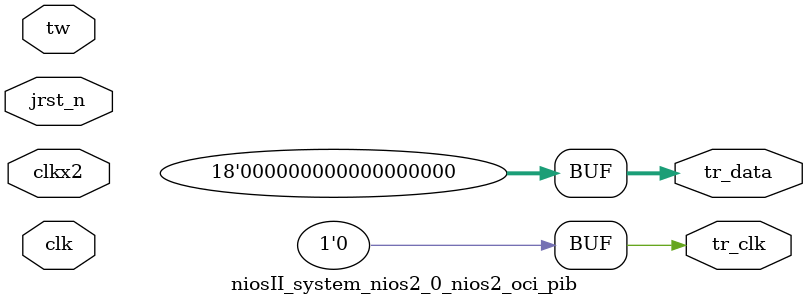
<source format=v>
module niosII_system_nios2_0_nios2_oci_pib (
                                              clk,
                                              clkx2,
                                              jrst_n,
                                              tw,
                                              tr_clk,
                                              tr_data
                                           )
;
  output           tr_clk;
  output  [ 17: 0] tr_data;
  input            clk;
  input            clkx2;
  input            jrst_n;
  input   [ 35: 0] tw;
  wire             phase;
  wire             tr_clk;
  reg              tr_clk_reg ;
  wire    [ 17: 0] tr_data;
  reg     [ 17: 0] tr_data_reg ;
  reg              x1 ;
  reg              x2 ;
  assign phase = x1^x2;
  always @(posedge clk or negedge jrst_n)
    begin
      if (jrst_n == 0)
          x1 <= 0;
      else 
        x1 <= ~x1;
    end
  always @(posedge clkx2 or negedge jrst_n)
    begin
      if (jrst_n == 0)
        begin
          x2 <= 0;
          tr_clk_reg <= 0;
          tr_data_reg <= 0;
        end
      else 
        begin
          x2 <= x1;
          tr_clk_reg <= ~phase;
          tr_data_reg <= phase ?   tw[17 : 0] :   tw[35 : 18];
        end
    end
  assign tr_clk = 0 ? tr_clk_reg : 0;
  assign tr_data = 0 ? tr_data_reg : 0;
endmodule
</source>
